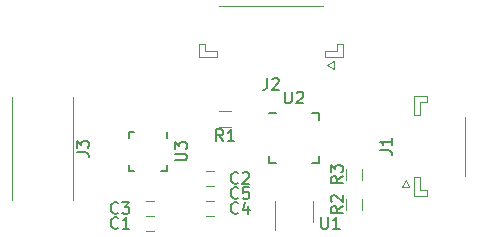
<source format=gbr>
G04 #@! TF.FileFunction,Legend,Top*
%FSLAX46Y46*%
G04 Gerber Fmt 4.6, Leading zero omitted, Abs format (unit mm)*
G04 Created by KiCad (PCBNEW 4.0.6-e0-6349~53~ubuntu16.04.1) date Sat Jun 17 13:56:32 2017*
%MOMM*%
%LPD*%
G01*
G04 APERTURE LIST*
%ADD10C,0.100000*%
%ADD11C,0.120000*%
%ADD12C,0.150000*%
G04 APERTURE END LIST*
D10*
D11*
X97630000Y-82010000D02*
X97630000Y-90710000D01*
X92450000Y-90710000D02*
X92450000Y-82010000D01*
X130790000Y-88650000D02*
X130790000Y-83650000D01*
X127590000Y-90350000D02*
X126490000Y-90350000D01*
X126490000Y-90350000D02*
X126490000Y-88800000D01*
X126490000Y-88800000D02*
X126990000Y-88800000D01*
X126990000Y-88800000D02*
X126990000Y-89850000D01*
X126990000Y-89850000D02*
X127590000Y-89850000D01*
X127590000Y-89850000D02*
X127590000Y-90350000D01*
X127590000Y-81950000D02*
X126490000Y-81950000D01*
X126490000Y-81950000D02*
X126490000Y-83500000D01*
X126490000Y-83500000D02*
X126990000Y-83500000D01*
X126990000Y-83500000D02*
X126990000Y-82450000D01*
X126990000Y-82450000D02*
X127590000Y-82450000D01*
X127590000Y-82450000D02*
X127590000Y-81950000D01*
X125790000Y-89025000D02*
X125490000Y-89625000D01*
X125490000Y-89625000D02*
X126090000Y-89625000D01*
X126090000Y-89625000D02*
X125790000Y-89025000D01*
X118780000Y-74290000D02*
X109980000Y-74290000D01*
X120480000Y-77490000D02*
X120480000Y-78590000D01*
X120480000Y-78590000D02*
X118930000Y-78590000D01*
X118930000Y-78590000D02*
X118930000Y-78090000D01*
X118930000Y-78090000D02*
X119980000Y-78090000D01*
X119980000Y-78090000D02*
X119980000Y-77490000D01*
X119980000Y-77490000D02*
X120480000Y-77490000D01*
X108280000Y-77490000D02*
X108280000Y-78590000D01*
X108280000Y-78590000D02*
X109830000Y-78590000D01*
X109830000Y-78590000D02*
X109830000Y-78090000D01*
X109830000Y-78090000D02*
X108780000Y-78090000D01*
X108780000Y-78090000D02*
X108780000Y-77490000D01*
X108780000Y-77490000D02*
X108280000Y-77490000D01*
X119130000Y-79290000D02*
X119730000Y-79590000D01*
X119730000Y-79590000D02*
X119730000Y-78990000D01*
X119730000Y-78990000D02*
X119130000Y-79290000D01*
X117955000Y-92570000D02*
X117955000Y-90770000D01*
X114735000Y-90770000D02*
X114735000Y-93220000D01*
D12*
X105560000Y-88235000D02*
X105060000Y-88235000D01*
X102310000Y-84985000D02*
X102810000Y-84985000D01*
X102310000Y-88235000D02*
X102810000Y-88235000D01*
X105560000Y-84985000D02*
X105560000Y-85485000D01*
X102310000Y-84985000D02*
X102310000Y-85485000D01*
X102310000Y-88235000D02*
X102310000Y-87735000D01*
X105560000Y-88235000D02*
X105560000Y-87735000D01*
D11*
X104490000Y-92040000D02*
X103790000Y-92040000D01*
X103790000Y-90840000D02*
X104490000Y-90840000D01*
X109570000Y-89500000D02*
X108870000Y-89500000D01*
X108870000Y-88300000D02*
X109570000Y-88300000D01*
X103790000Y-92110000D02*
X104490000Y-92110000D01*
X104490000Y-93310000D02*
X103790000Y-93310000D01*
X109570000Y-92040000D02*
X108870000Y-92040000D01*
X108870000Y-90840000D02*
X109570000Y-90840000D01*
X109570000Y-90770000D02*
X108870000Y-90770000D01*
X108870000Y-89570000D02*
X109570000Y-89570000D01*
X109990000Y-83140000D02*
X110990000Y-83140000D01*
X110990000Y-84500000D02*
X109990000Y-84500000D01*
X122105000Y-90590000D02*
X122105000Y-91590000D01*
X120745000Y-91590000D02*
X120745000Y-90590000D01*
X122105000Y-88050000D02*
X122105000Y-89050000D01*
X120745000Y-89050000D02*
X120745000Y-88050000D01*
D12*
X118425000Y-83365000D02*
X118425000Y-83965000D01*
X114175000Y-87615000D02*
X114175000Y-87015000D01*
X118425000Y-87615000D02*
X118425000Y-87015000D01*
X114175000Y-83365000D02*
X114775000Y-83365000D01*
X114175000Y-87615000D02*
X114775000Y-87615000D01*
X118425000Y-87615000D02*
X117825000Y-87615000D01*
X118425000Y-83365000D02*
X117825000Y-83365000D01*
X97942381Y-86693333D02*
X98656667Y-86693333D01*
X98799524Y-86740953D01*
X98894762Y-86836191D01*
X98942381Y-86979048D01*
X98942381Y-87074286D01*
X97942381Y-86312381D02*
X97942381Y-85693333D01*
X98323333Y-86026667D01*
X98323333Y-85883809D01*
X98370952Y-85788571D01*
X98418571Y-85740952D01*
X98513810Y-85693333D01*
X98751905Y-85693333D01*
X98847143Y-85740952D01*
X98894762Y-85788571D01*
X98942381Y-85883809D01*
X98942381Y-86169524D01*
X98894762Y-86264762D01*
X98847143Y-86312381D01*
X123592381Y-86483333D02*
X124306667Y-86483333D01*
X124449524Y-86530953D01*
X124544762Y-86626191D01*
X124592381Y-86769048D01*
X124592381Y-86864286D01*
X124592381Y-85483333D02*
X124592381Y-86054762D01*
X124592381Y-85769048D02*
X123592381Y-85769048D01*
X123735238Y-85864286D01*
X123830476Y-85959524D01*
X123878095Y-86054762D01*
X114046667Y-80392381D02*
X114046667Y-81106667D01*
X113999047Y-81249524D01*
X113903809Y-81344762D01*
X113760952Y-81392381D01*
X113665714Y-81392381D01*
X114475238Y-80487619D02*
X114522857Y-80440000D01*
X114618095Y-80392381D01*
X114856191Y-80392381D01*
X114951429Y-80440000D01*
X114999048Y-80487619D01*
X115046667Y-80582857D01*
X115046667Y-80678095D01*
X114999048Y-80820952D01*
X114427619Y-81392381D01*
X115046667Y-81392381D01*
X118618095Y-92162381D02*
X118618095Y-92971905D01*
X118665714Y-93067143D01*
X118713333Y-93114762D01*
X118808571Y-93162381D01*
X118999048Y-93162381D01*
X119094286Y-93114762D01*
X119141905Y-93067143D01*
X119189524Y-92971905D01*
X119189524Y-92162381D01*
X120189524Y-93162381D02*
X119618095Y-93162381D01*
X119903809Y-93162381D02*
X119903809Y-92162381D01*
X119808571Y-92305238D01*
X119713333Y-92400476D01*
X119618095Y-92448095D01*
X106237381Y-87371905D02*
X107046905Y-87371905D01*
X107142143Y-87324286D01*
X107189762Y-87276667D01*
X107237381Y-87181429D01*
X107237381Y-86990952D01*
X107189762Y-86895714D01*
X107142143Y-86848095D01*
X107046905Y-86800476D01*
X106237381Y-86800476D01*
X106237381Y-86419524D02*
X106237381Y-85800476D01*
X106618333Y-86133810D01*
X106618333Y-85990952D01*
X106665952Y-85895714D01*
X106713571Y-85848095D01*
X106808810Y-85800476D01*
X107046905Y-85800476D01*
X107142143Y-85848095D01*
X107189762Y-85895714D01*
X107237381Y-85990952D01*
X107237381Y-86276667D01*
X107189762Y-86371905D01*
X107142143Y-86419524D01*
X101433334Y-93067143D02*
X101385715Y-93114762D01*
X101242858Y-93162381D01*
X101147620Y-93162381D01*
X101004762Y-93114762D01*
X100909524Y-93019524D01*
X100861905Y-92924286D01*
X100814286Y-92733810D01*
X100814286Y-92590952D01*
X100861905Y-92400476D01*
X100909524Y-92305238D01*
X101004762Y-92210000D01*
X101147620Y-92162381D01*
X101242858Y-92162381D01*
X101385715Y-92210000D01*
X101433334Y-92257619D01*
X102385715Y-93162381D02*
X101814286Y-93162381D01*
X102100000Y-93162381D02*
X102100000Y-92162381D01*
X102004762Y-92305238D01*
X101909524Y-92400476D01*
X101814286Y-92448095D01*
X111593334Y-89257143D02*
X111545715Y-89304762D01*
X111402858Y-89352381D01*
X111307620Y-89352381D01*
X111164762Y-89304762D01*
X111069524Y-89209524D01*
X111021905Y-89114286D01*
X110974286Y-88923810D01*
X110974286Y-88780952D01*
X111021905Y-88590476D01*
X111069524Y-88495238D01*
X111164762Y-88400000D01*
X111307620Y-88352381D01*
X111402858Y-88352381D01*
X111545715Y-88400000D01*
X111593334Y-88447619D01*
X111974286Y-88447619D02*
X112021905Y-88400000D01*
X112117143Y-88352381D01*
X112355239Y-88352381D01*
X112450477Y-88400000D01*
X112498096Y-88447619D01*
X112545715Y-88542857D01*
X112545715Y-88638095D01*
X112498096Y-88780952D01*
X111926667Y-89352381D01*
X112545715Y-89352381D01*
X101433334Y-91797143D02*
X101385715Y-91844762D01*
X101242858Y-91892381D01*
X101147620Y-91892381D01*
X101004762Y-91844762D01*
X100909524Y-91749524D01*
X100861905Y-91654286D01*
X100814286Y-91463810D01*
X100814286Y-91320952D01*
X100861905Y-91130476D01*
X100909524Y-91035238D01*
X101004762Y-90940000D01*
X101147620Y-90892381D01*
X101242858Y-90892381D01*
X101385715Y-90940000D01*
X101433334Y-90987619D01*
X101766667Y-90892381D02*
X102385715Y-90892381D01*
X102052381Y-91273333D01*
X102195239Y-91273333D01*
X102290477Y-91320952D01*
X102338096Y-91368571D01*
X102385715Y-91463810D01*
X102385715Y-91701905D01*
X102338096Y-91797143D01*
X102290477Y-91844762D01*
X102195239Y-91892381D01*
X101909524Y-91892381D01*
X101814286Y-91844762D01*
X101766667Y-91797143D01*
X111593334Y-91797143D02*
X111545715Y-91844762D01*
X111402858Y-91892381D01*
X111307620Y-91892381D01*
X111164762Y-91844762D01*
X111069524Y-91749524D01*
X111021905Y-91654286D01*
X110974286Y-91463810D01*
X110974286Y-91320952D01*
X111021905Y-91130476D01*
X111069524Y-91035238D01*
X111164762Y-90940000D01*
X111307620Y-90892381D01*
X111402858Y-90892381D01*
X111545715Y-90940000D01*
X111593334Y-90987619D01*
X112450477Y-91225714D02*
X112450477Y-91892381D01*
X112212381Y-90844762D02*
X111974286Y-91559048D01*
X112593334Y-91559048D01*
X111593334Y-90527143D02*
X111545715Y-90574762D01*
X111402858Y-90622381D01*
X111307620Y-90622381D01*
X111164762Y-90574762D01*
X111069524Y-90479524D01*
X111021905Y-90384286D01*
X110974286Y-90193810D01*
X110974286Y-90050952D01*
X111021905Y-89860476D01*
X111069524Y-89765238D01*
X111164762Y-89670000D01*
X111307620Y-89622381D01*
X111402858Y-89622381D01*
X111545715Y-89670000D01*
X111593334Y-89717619D01*
X112498096Y-89622381D02*
X112021905Y-89622381D01*
X111974286Y-90098571D01*
X112021905Y-90050952D01*
X112117143Y-90003333D01*
X112355239Y-90003333D01*
X112450477Y-90050952D01*
X112498096Y-90098571D01*
X112545715Y-90193810D01*
X112545715Y-90431905D01*
X112498096Y-90527143D01*
X112450477Y-90574762D01*
X112355239Y-90622381D01*
X112117143Y-90622381D01*
X112021905Y-90574762D01*
X111974286Y-90527143D01*
X110323334Y-85722381D02*
X109990000Y-85246190D01*
X109751905Y-85722381D02*
X109751905Y-84722381D01*
X110132858Y-84722381D01*
X110228096Y-84770000D01*
X110275715Y-84817619D01*
X110323334Y-84912857D01*
X110323334Y-85055714D01*
X110275715Y-85150952D01*
X110228096Y-85198571D01*
X110132858Y-85246190D01*
X109751905Y-85246190D01*
X111275715Y-85722381D02*
X110704286Y-85722381D01*
X110990000Y-85722381D02*
X110990000Y-84722381D01*
X110894762Y-84865238D01*
X110799524Y-84960476D01*
X110704286Y-85008095D01*
X120427381Y-91256666D02*
X119951190Y-91590000D01*
X120427381Y-91828095D02*
X119427381Y-91828095D01*
X119427381Y-91447142D01*
X119475000Y-91351904D01*
X119522619Y-91304285D01*
X119617857Y-91256666D01*
X119760714Y-91256666D01*
X119855952Y-91304285D01*
X119903571Y-91351904D01*
X119951190Y-91447142D01*
X119951190Y-91828095D01*
X119522619Y-90875714D02*
X119475000Y-90828095D01*
X119427381Y-90732857D01*
X119427381Y-90494761D01*
X119475000Y-90399523D01*
X119522619Y-90351904D01*
X119617857Y-90304285D01*
X119713095Y-90304285D01*
X119855952Y-90351904D01*
X120427381Y-90923333D01*
X120427381Y-90304285D01*
X120427381Y-88716666D02*
X119951190Y-89050000D01*
X120427381Y-89288095D02*
X119427381Y-89288095D01*
X119427381Y-88907142D01*
X119475000Y-88811904D01*
X119522619Y-88764285D01*
X119617857Y-88716666D01*
X119760714Y-88716666D01*
X119855952Y-88764285D01*
X119903571Y-88811904D01*
X119951190Y-88907142D01*
X119951190Y-89288095D01*
X119427381Y-88383333D02*
X119427381Y-87764285D01*
X119808333Y-88097619D01*
X119808333Y-87954761D01*
X119855952Y-87859523D01*
X119903571Y-87811904D01*
X119998810Y-87764285D01*
X120236905Y-87764285D01*
X120332143Y-87811904D01*
X120379762Y-87859523D01*
X120427381Y-87954761D01*
X120427381Y-88240476D01*
X120379762Y-88335714D01*
X120332143Y-88383333D01*
X115538095Y-81542381D02*
X115538095Y-82351905D01*
X115585714Y-82447143D01*
X115633333Y-82494762D01*
X115728571Y-82542381D01*
X115919048Y-82542381D01*
X116014286Y-82494762D01*
X116061905Y-82447143D01*
X116109524Y-82351905D01*
X116109524Y-81542381D01*
X116538095Y-81637619D02*
X116585714Y-81590000D01*
X116680952Y-81542381D01*
X116919048Y-81542381D01*
X117014286Y-81590000D01*
X117061905Y-81637619D01*
X117109524Y-81732857D01*
X117109524Y-81828095D01*
X117061905Y-81970952D01*
X116490476Y-82542381D01*
X117109524Y-82542381D01*
M02*

</source>
